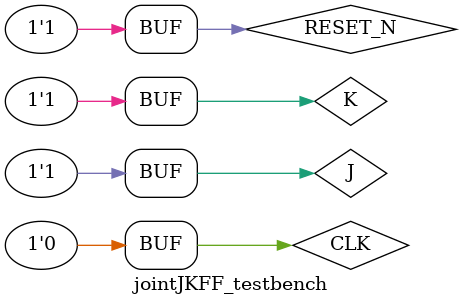
<source format=v>
`timescale 1ns / 1ps


module jointJKFF_testbench();
    
reg CLK = 0; reg J ;reg K; reg RESET_N;
wire Q_async; wire Q_sync;

JKFFasync jffas1(J, K, CLK, RESET_N, Q_async);
JKFFsync jffs1(J, K, CLK, RESET_N, Q_sync);

always begin
J = 0; K = 0; RESET_N = 0; CLK = 0;


        #5 J = 0; K = 1;
        #5 
        #5  J = 1; K = 0;
        #5 
        #5  J = 1; K = 1;
        #5  
        #5  RESET_N = 1;
        #5 
        #5  J = 0; K = 1;
        #5 
        #5  J = 1; K = 0;
        #5 
        #5  J = 1; K = 1; RESET_N = 0;
        #5 
        #5  J = 1; K = 1;
        #5 
        #5 
        #5 
        #5 J = 0; K = 0; CLK = 0;
        
        #5 RESET_N = 1; 
        #5 RESET_N = 0; J = 1; K = 1;
        #5 RESET_N = 1; 
        #5 RESET_N = 0; J = 1; K = 0;
        #5 RESET_N = 1;
        #5 RESET_N = 0; J = 1; K = 1;
        #5 RESET_N = 1;             
end

  always begin 
        #2 CLK = ~CLK;
        end
endmodule

</source>
